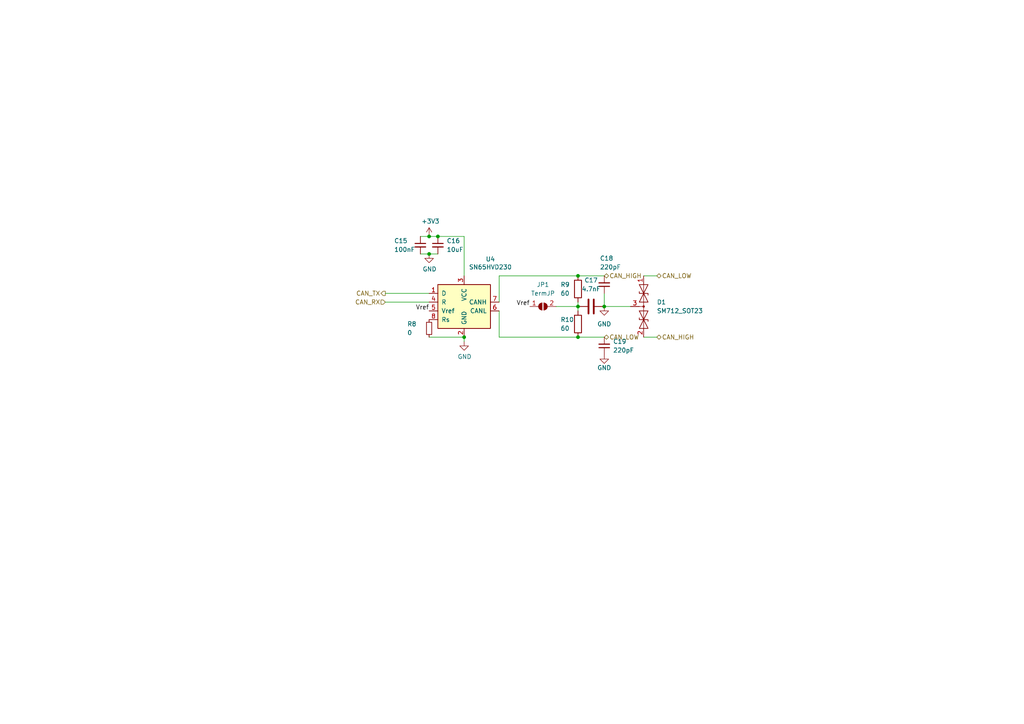
<source format=kicad_sch>
(kicad_sch (version 20211123) (generator eeschema)
  (paper "A4")
  (lib_symbols
    (symbol "Device:C" (pin_numbers hide) (pin_names (offset 0.254))
      (property "Reference" "C" (at 0.635 2.54 0))
      (property "Value" "C" (at 0.635 -2.54 0))
      (symbol "C_0_1"
        (polyline (pts (xy -2.032 -0.762) (xy 2.032 -0.762)) (stroke (width 0.508)))
        (polyline (pts (xy -2.032 0.762) (xy 2.032 0.762)) (stroke (width 0.508)))
      )
      (symbol "C_1_1"
        (pin passive line (at 0 3.81 270) (length 2.794) (name "~") (number "1"))
        (pin passive line (at 0 -3.81 90) (length 2.794) (name "~") (number "2"))
      )
    )
    (symbol "Device:C_Small" (pin_numbers hide) (pin_names (offset 0.254) hide)
      (property "Reference" "C" (at 0.254 1.778 0))
      (property "Value" "C_Small" (at 0.254 -2.032 0))
      (symbol "C_Small_0_1"
        (polyline (pts (xy -1.524 -0.508) (xy 1.524 -0.508)) (stroke (width 0.3302)))
        (polyline (pts (xy -1.524 0.508) (xy 1.524 0.508)) (stroke (width 0.3048)))
      )
      (symbol "C_Small_1_1"
        (pin passive line (at 0 2.54 270) (length 2.032) (name "~") (number "1"))
        (pin passive line (at 0 -2.54 90) (length 2.032) (name "~") (number "2"))
      )
    )
    (symbol "Device:R" (pin_numbers hide) (pin_names (offset 0))
      (property "Reference" "R" (at 2.032 0 90))
      (property "Value" "R" (at 0 0 90))
      (symbol "R_0_1"
        (rectangle (start -1.016 -2.54) (end 1.016 2.54) (stroke (width 0.254)))
      )
      (symbol "R_1_1"
        (pin passive line (at 0 3.81 270) (length 1.27) (name "~") (number "1"))
        (pin passive line (at 0 -3.81 90) (length 1.27) (name "~") (number "2"))
      )
    )
    (symbol "Device:R_Small" (pin_numbers hide) (pin_names (offset 0.254) hide)
      (property "Reference" "R" (at 0.762 0.508 0))
      (property "Value" "R_Small" (at 0.762 -1.016 0))
      (symbol "R_Small_0_1"
        (rectangle (start -0.762 1.778) (end 0.762 -1.778) (stroke (width 0.2032)))
      )
      (symbol "R_Small_1_1"
        (pin passive line (at 0 2.54 270) (length 0.762) (name "~") (number "1"))
        (pin passive line (at 0 -2.54 90) (length 0.762) (name "~") (number "2"))
      )
    )
    (symbol "Diode:SM712_SOT23" (pin_names (offset 1.016) hide)
      (property "Reference" "D" (at 0 4.445 0))
      (property "Value" "SM712_SOT23" (at 0 2.54 0))
      (symbol "SM712_SOT23_0_0"
        (polyline (pts (xy 0 -1.27) (xy 0 0)))
      )
      (symbol "SM712_SOT23_0_1"
        (polyline (pts (xy -6.35 0) (xy 6.35 0)))
        (polyline (pts (xy -3.302 1.27) (xy -3.81 1.27) (xy -3.81 -1.27) (xy -4.318 -1.27)) (stroke (width 0.2032)))
        (polyline (pts (xy 4.318 1.27) (xy 3.81 1.27) (xy 3.81 -1.27) (xy 3.302 -1.27)) (stroke (width 0.2032)))
        (polyline (pts (xy -6.35 -1.27) (xy -1.27 1.27) (xy -1.27 -1.27) (xy -6.35 1.27) (xy -6.35 -1.27)) (stroke (width 0.2032)))
        (polyline (pts (xy 1.27 -1.27) (xy 1.27 1.27) (xy 6.35 -1.27) (xy 6.35 1.27) (xy 1.27 -1.27)) (stroke (width 0.2032)))
        (circle (center 0 0) (radius 0.254) (fill (type outline)))
      )
      (symbol "SM712_SOT23_1_1"
        (pin passive line (at -8.89 0 0) (length 2.54) (name "A1") (number "1"))
        (pin passive line (at 8.89 0 180) (length 2.54) (name "A2") (number "2"))
        (pin input line (at 0 -3.81 90) (length 2.54) (name "common") (number "3"))
      )
    )
    (symbol "Interface_CAN_LIN:SN65HVD230" (pin_names (offset 1.016))
      (property "Reference" "U" (at -2.54 10.16 0))
      (property "Value" "SN65HVD230" (at -2.54 7.62 0))
      (symbol "SN65HVD230_0_1"
        (rectangle (start -7.62 5.08) (end 7.62 -7.62) (stroke (width 0.254)) (fill (type background)))
      )
      (symbol "SN65HVD230_1_1"
        (pin input line (at -10.16 2.54 0) (length 2.54) (name "D") (number "1"))
        (pin power_in line (at 0 -10.16 90) (length 2.54) (name "GND") (number "2"))
        (pin power_in line (at 0 7.62 270) (length 2.54) (name "VCC") (number "3"))
        (pin output line (at -10.16 0 0) (length 2.54) (name "R") (number "4"))
        (pin output line (at -10.16 -2.54 0) (length 2.54) (name "Vref") (number "5"))
        (pin bidirectional line (at 10.16 -2.54 180) (length 2.54) (name "CANL") (number "6"))
        (pin bidirectional line (at 10.16 0 180) (length 2.54) (name "CANH") (number "7"))
        (pin input line (at -10.16 -5.08 0) (length 2.54) (name "Rs") (number "8"))
      )
    )
    (symbol "Jumper:SolderJumper_2_Open" (pin_names (offset 0) hide)
      (property "Reference" "JP" (at 0 2.032 0))
      (property "Value" "SolderJumper_2_Open" (at 0 -2.54 0))
      (symbol "SolderJumper_2_Open_0_1"
        (arc (start -0.254 1.016) (mid -1.27 0) (end -0.254 -1.016))
        (arc (start -0.254 1.016) (mid -1.27 0) (end -0.254 -1.016) (fill (type outline)))
        (polyline (pts (xy -0.254 1.016) (xy -0.254 -1.016)))
        (polyline (pts (xy 0.254 1.016) (xy 0.254 -1.016)))
        (arc (start 0.254 -1.016) (mid 1.27 0) (end 0.254 1.016))
        (arc (start 0.254 -1.016) (mid 1.27 0) (end 0.254 1.016) (fill (type outline)))
      )
      (symbol "SolderJumper_2_Open_1_1"
        (pin passive line (at -3.81 0 0) (length 2.54) (name "A") (number "1"))
        (pin passive line (at 3.81 0 180) (length 2.54) (name "B") (number "2"))
      )
    )
    (symbol "power:+3.3V" (power) (pin_names (offset 0))
      (property "Value" "+3.3V" (at 0 3.556 0))
      (symbol "+3.3V_0_1"
        (polyline (pts (xy -0.762 1.27) (xy 0 2.54)))
        (polyline (pts (xy 0 0) (xy 0 2.54)))
        (polyline (pts (xy 0 2.54) (xy 0.762 1.27)))
      )
      (symbol "+3.3V_1_1"
        (pin power_in line (at 0 0 90) (length 0) hide (name "+3V3") (number "1"))
      )
    )
    (symbol "power:GND" (power) (pin_names (offset 0))
      (property "Value" "GND" (at 0 -3.81 0))
      (symbol "GND_0_1"
        (polyline (pts (xy 0 0) (xy 0 -1.27) (xy 1.27 -1.27) (xy 0 -2.54) (xy -1.27 -1.27) (xy 0 -1.27)))
      )
      (symbol "GND_1_1"
        (pin power_in line (at 0 0 270) (length 0) hide (name "GND") (number "1"))
      )
    )
  )
  (junction (at 124.46 73.66))
  (junction (at 167.64 88.9))
  (junction (at 124.46 68.58))
  (junction (at 167.64 80.01))
  (junction (at 175.26 88.9))
  (junction (at 167.64 97.79))
  (junction (at 127 68.58))
  (junction (at 134.62 97.79))
  (wire (pts (xy 186.69 97.79) (xy 190.5 97.79)))
  (wire (pts (xy 134.62 68.58) (xy 134.62 80.01)))
  (wire (pts (xy 121.92 73.66) (xy 124.46 73.66)))
  (wire (pts (xy 144.78 90.17) (xy 144.78 97.79)))
  (wire (pts (xy 175.26 85.09) (xy 175.26 88.9)))
  (wire (pts (xy 124.46 68.58) (xy 127 68.58)))
  (wire (pts (xy 175.26 88.9) (xy 182.88 88.9)))
  (wire (pts (xy 111.76 87.63) (xy 124.46 87.63)))
  (wire (pts (xy 167.64 97.79) (xy 175.26 97.79)))
  (wire (pts (xy 124.46 73.66) (xy 127 73.66)))
  (wire (pts (xy 167.64 88.9) (xy 167.64 90.17)))
  (wire (pts (xy 186.69 80.01) (xy 190.5 80.01)))
  (wire (pts (xy 111.76 85.09) (xy 124.46 85.09)))
  (wire (pts (xy 144.78 97.79) (xy 167.64 97.79)))
  (wire (pts (xy 167.64 87.63) (xy 167.64 88.9)))
  (wire (pts (xy 161.29 88.9) (xy 167.64 88.9)))
  (wire (pts (xy 124.46 97.79) (xy 134.62 97.79)))
  (wire (pts (xy 127 68.58) (xy 134.62 68.58)))
  (wire (pts (xy 121.92 68.58) (xy 124.46 68.58)))
  (wire (pts (xy 167.64 80.01) (xy 175.26 80.01)))
  (wire (pts (xy 134.62 99.06) (xy 134.62 97.79)))
  (wire (pts (xy 144.78 87.63) (xy 144.78 80.01)))
  (wire (pts (xy 144.78 80.01) (xy 167.64 80.01)))
  (label "Vref" (at 124.46 90.17 180))
  (label "Vref" (at 153.67 88.9 180))
  (hierarchical_label "CAN_RX" (shape input) (at 111.76 87.63 180))
  (hierarchical_label "CAN_HIGH" (shape bidirectional) (at 175.26 80.01 0))
  (hierarchical_label "CAN_TX" (shape output) (at 111.76 85.09 180))
  (hierarchical_label "CAN_HIGH" (shape bidirectional) (at 190.5 97.79 0))
  (hierarchical_label "CAN_LOW" (shape bidirectional) (at 190.5 80.01 0))
  (hierarchical_label "CAN_LOW" (shape bidirectional) (at 175.26 97.79 0))
  (symbol (lib_id "power:GND") (at 134.62 99.06 0) (unit 1)
    (property "Reference" "#PWR0130" (effects hide))
    (property "Value" "GND" (at 134.747 103.4542 0))
  )
  (symbol (lib_id "power:+3.3V") (at 124.46 68.58 0) (unit 1)
    (property "Reference" "#PWR0131" (effects hide))
    (property "Value" "+3.3V" (at 124.841 64.1858 0))
  )
  (symbol (lib_id "Interface_CAN_LIN:SN65HVD230") (at 134.62 87.63 0) (unit 1)
    (property "Reference" "U4" (at 142.24 75.1586 0))
    (property "Value" "SN65HVD230" (at 142.24 77.47 0))
    (property "Footprint" "Package_SO:SOIC-8_3.9x4.9mm_P1.27mm" (effects hide))
    (property "Datasheet" "http://www.ti.com/lit/ds/symlink/sn65hvd230.pdf" (effects hide))
  )
  (symbol (lib_id "Device:C_Small") (at 127 71.12 0) (unit 1)
    (property "Reference" "C16" (at 129.54 69.8562 0) (effects (justify left)))
    (property "Value" "10uF" (at 129.54 72.3962 0) (effects (justify left)))
    (property "Footprint" "Capacitor_SMD:C_0402_1005Metric" (effects hide))
  )
  (symbol (lib_id "Device:C_Small") (at 175.26 82.55 180) (unit 1)
    (property "Reference" "C18" (at 173.99 74.93 0) (effects (justify right)))
    (property "Value" "220pF" (at 173.99 77.47 0) (effects (justify right)))
    (property "Footprint" "Capacitor_SMD:C_0402_1005Metric" (effects hide))
  )
  (symbol (lib_id "Diode:SM712_SOT23") (at 186.69 88.9 270) (unit 1)
    (property "Reference" "D1" (at 190.5 87.63 90) (effects (justify left)))
    (property "Value" "SM712_SOT23" (at 190.5 90.17 90) (effects (justify left)))
    (property "Footprint" "Package_TO_SOT_SMD:SOT-23" (effects hide))
    (property "Datasheet" "https://www.littelfuse.com/~/media/electronics/datasheets/tvs_diode_arrays/littelfuse_tvs_diode_array_sm712_datasheet.pdf.pdf" (effects hide))
  )
  (symbol (lib_id "power:GND") (at 175.26 88.9 0) (unit 1)
    (property "Reference" "#PWR027" (effects hide))
    (property "Value" "GND" (at 175.26 93.98 0))
  )
  (symbol (lib_id "power:GND") (at 175.26 102.87 0) (unit 1)
    (property "Reference" "#PWR028" (effects hide))
    (property "Value" "GND" (at 175.26 106.68 0))
  )
  (symbol (lib_id "Device:C_Small") (at 121.92 71.12 0) (unit 1)
    (property "Reference" "C15" (at 114.3 69.85 0) (effects (justify left)))
    (property "Value" "100nF" (at 114.3 72.39 0) (effects (justify left)))
    (property "Footprint" "Capacitor_SMD:C_0402_1005Metric" (effects hide))
  )
  (symbol (lib_id "Device:R_Small") (at 124.46 95.25 0) (unit 1)
    (property "Reference" "R8" (at 118.11 93.98 0) (effects (justify left)))
    (property "Value" "0" (at 118.11 96.52 0) (effects (justify left)))
    (property "Footprint" "Resistor_SMD:R_0603_1608Metric" (effects hide))
  )
  (symbol (lib_id "Device:R") (at 167.64 93.98 0) (unit 1)
    (property "Reference" "R10" (at 162.56 92.71 0) (effects (justify left)))
    (property "Value" "60" (at 162.56 95.25 0) (effects (justify left)))
    (property "Footprint" "Resistor_SMD:R_0603_1608Metric" (effects hide))
  )
  (symbol (lib_id "Device:R") (at 167.64 83.82 0) (unit 1)
    (property "Reference" "R9" (at 162.56 82.55 0) (effects (justify left)))
    (property "Value" "60" (at 162.56 85.09 0) (effects (justify left)))
    (property "Footprint" "Resistor_SMD:R_0603_1608Metric" (effects hide))
  )
  (symbol (lib_id "Device:C") (at 171.45 88.9 90) (unit 1)
    (property "Reference" "C17" (at 171.45 81.28 90))
    (property "Value" "4.7nF" (at 171.45 83.82 90))
    (property "Footprint" "Capacitor_SMD:C_0402_1005Metric" (effects hide))
  )
  (symbol (lib_id "power:GND") (at 124.46 73.66 0) (unit 1)
    (property "Reference" "#PWR025" (effects hide))
    (property "Value" "GND" (at 124.587 78.0542 0))
  )
  (symbol (lib_id "Jumper:SolderJumper_2_Open") (at 157.48 88.9 0) (unit 1)
    (property "Reference" "JP1" (at 157.48 82.55 0))
    (property "Value" "TermJP" (at 157.48 85.09 0))
    (property "Footprint" "Jumper:SolderJumper-2_P1.3mm_Open_RoundedPad1.0x1.5mm" (effects hide))
  )
  (symbol (lib_id "Device:C_Small") (at 175.26 100.33 180) (unit 1)
    (property "Reference" "C19" (at 177.8 99.0535 0) (effects (justify right)))
    (property "Value" "220pF" (at 177.8 101.5935 0) (effects (justify right)))
    (property "Footprint" "Capacitor_SMD:C_0402_1005Metric" (effects hide))
  )
)
</source>
